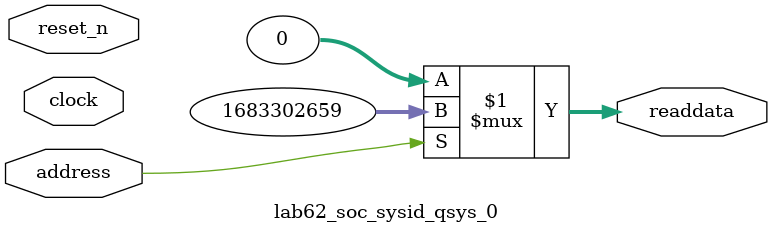
<source format=v>



// synthesis translate_off
`timescale 1ns / 1ps
// synthesis translate_on

// turn off superfluous verilog processor warnings 
// altera message_level Level1 
// altera message_off 10034 10035 10036 10037 10230 10240 10030 

module lab62_soc_sysid_qsys_0 (
               // inputs:
                address,
                clock,
                reset_n,

               // outputs:
                readdata
             )
;

  output  [ 31: 0] readdata;
  input            address;
  input            clock;
  input            reset_n;

  wire    [ 31: 0] readdata;
  //control_slave, which is an e_avalon_slave
  assign readdata = address ? 1683302659 : 0;

endmodule



</source>
